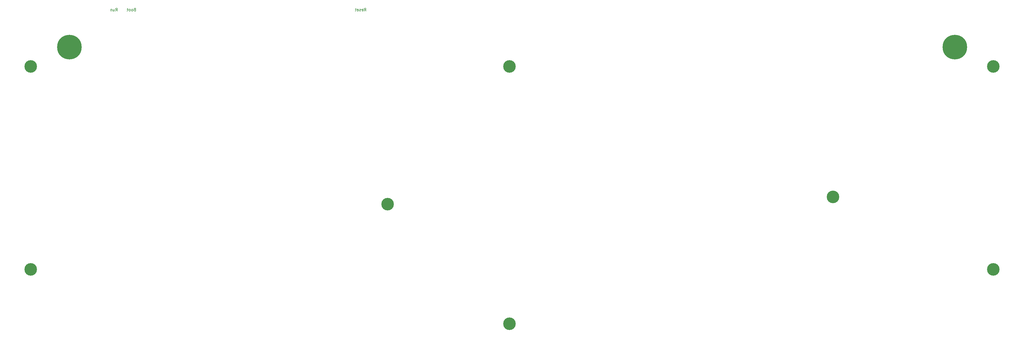
<source format=gbl>
%TF.GenerationSoftware,KiCad,Pcbnew,(5.1.12)-1*%
%TF.CreationDate,2021-12-08T00:55:45-08:00*%
%TF.ProjectId,PyKey87-bottom,50794b65-7938-4372-9d62-6f74746f6d2e,rev?*%
%TF.SameCoordinates,Original*%
%TF.FileFunction,Copper,L2,Bot*%
%TF.FilePolarity,Positive*%
%FSLAX46Y46*%
G04 Gerber Fmt 4.6, Leading zero omitted, Abs format (unit mm)*
G04 Created by KiCad (PCBNEW (5.1.12)-1) date 2021-12-08 00:55:45*
%MOMM*%
%LPD*%
G01*
G04 APERTURE LIST*
%TA.AperFunction,NonConductor*%
%ADD10C,0.150000*%
%TD*%
%TA.AperFunction,ComponentPad*%
%ADD11C,4.400000*%
%TD*%
%TA.AperFunction,ComponentPad*%
%ADD12C,8.600000*%
%TD*%
G04 APERTURE END LIST*
D10*
X182213095Y-42362380D02*
X182546428Y-41886190D01*
X182784523Y-42362380D02*
X182784523Y-41362380D01*
X182403571Y-41362380D01*
X182308333Y-41410000D01*
X182260714Y-41457619D01*
X182213095Y-41552857D01*
X182213095Y-41695714D01*
X182260714Y-41790952D01*
X182308333Y-41838571D01*
X182403571Y-41886190D01*
X182784523Y-41886190D01*
X181403571Y-42314761D02*
X181498809Y-42362380D01*
X181689285Y-42362380D01*
X181784523Y-42314761D01*
X181832142Y-42219523D01*
X181832142Y-41838571D01*
X181784523Y-41743333D01*
X181689285Y-41695714D01*
X181498809Y-41695714D01*
X181403571Y-41743333D01*
X181355952Y-41838571D01*
X181355952Y-41933809D01*
X181832142Y-42029047D01*
X180975000Y-42314761D02*
X180879761Y-42362380D01*
X180689285Y-42362380D01*
X180594047Y-42314761D01*
X180546428Y-42219523D01*
X180546428Y-42171904D01*
X180594047Y-42076666D01*
X180689285Y-42029047D01*
X180832142Y-42029047D01*
X180927380Y-41981428D01*
X180975000Y-41886190D01*
X180975000Y-41838571D01*
X180927380Y-41743333D01*
X180832142Y-41695714D01*
X180689285Y-41695714D01*
X180594047Y-41743333D01*
X179736904Y-42314761D02*
X179832142Y-42362380D01*
X180022619Y-42362380D01*
X180117857Y-42314761D01*
X180165476Y-42219523D01*
X180165476Y-41838571D01*
X180117857Y-41743333D01*
X180022619Y-41695714D01*
X179832142Y-41695714D01*
X179736904Y-41743333D01*
X179689285Y-41838571D01*
X179689285Y-41933809D01*
X180165476Y-42029047D01*
X179403571Y-41695714D02*
X179022619Y-41695714D01*
X179260714Y-41362380D02*
X179260714Y-42219523D01*
X179213095Y-42314761D01*
X179117857Y-42362380D01*
X179022619Y-42362380D01*
X101837619Y-41838571D02*
X101694761Y-41886190D01*
X101647142Y-41933809D01*
X101599523Y-42029047D01*
X101599523Y-42171904D01*
X101647142Y-42267142D01*
X101694761Y-42314761D01*
X101790000Y-42362380D01*
X102170952Y-42362380D01*
X102170952Y-41362380D01*
X101837619Y-41362380D01*
X101742380Y-41410000D01*
X101694761Y-41457619D01*
X101647142Y-41552857D01*
X101647142Y-41648095D01*
X101694761Y-41743333D01*
X101742380Y-41790952D01*
X101837619Y-41838571D01*
X102170952Y-41838571D01*
X101028095Y-42362380D02*
X101123333Y-42314761D01*
X101170952Y-42267142D01*
X101218571Y-42171904D01*
X101218571Y-41886190D01*
X101170952Y-41790952D01*
X101123333Y-41743333D01*
X101028095Y-41695714D01*
X100885238Y-41695714D01*
X100790000Y-41743333D01*
X100742380Y-41790952D01*
X100694761Y-41886190D01*
X100694761Y-42171904D01*
X100742380Y-42267142D01*
X100790000Y-42314761D01*
X100885238Y-42362380D01*
X101028095Y-42362380D01*
X100123333Y-42362380D02*
X100218571Y-42314761D01*
X100266190Y-42267142D01*
X100313809Y-42171904D01*
X100313809Y-41886190D01*
X100266190Y-41790952D01*
X100218571Y-41743333D01*
X100123333Y-41695714D01*
X99980476Y-41695714D01*
X99885238Y-41743333D01*
X99837619Y-41790952D01*
X99790000Y-41886190D01*
X99790000Y-42171904D01*
X99837619Y-42267142D01*
X99885238Y-42314761D01*
X99980476Y-42362380D01*
X100123333Y-42362380D01*
X99504285Y-41695714D02*
X99123333Y-41695714D01*
X99361428Y-41362380D02*
X99361428Y-42219523D01*
X99313809Y-42314761D01*
X99218571Y-42362380D01*
X99123333Y-42362380D01*
X95170952Y-42362380D02*
X95504285Y-41886190D01*
X95742380Y-42362380D02*
X95742380Y-41362380D01*
X95361428Y-41362380D01*
X95266190Y-41410000D01*
X95218571Y-41457619D01*
X95170952Y-41552857D01*
X95170952Y-41695714D01*
X95218571Y-41790952D01*
X95266190Y-41838571D01*
X95361428Y-41886190D01*
X95742380Y-41886190D01*
X94313809Y-41695714D02*
X94313809Y-42362380D01*
X94742380Y-41695714D02*
X94742380Y-42219523D01*
X94694761Y-42314761D01*
X94599523Y-42362380D01*
X94456666Y-42362380D01*
X94361428Y-42314761D01*
X94313809Y-42267142D01*
X93837619Y-41695714D02*
X93837619Y-42362380D01*
X93837619Y-41790952D02*
X93790000Y-41743333D01*
X93694761Y-41695714D01*
X93551904Y-41695714D01*
X93456666Y-41743333D01*
X93409047Y-41838571D01*
X93409047Y-42362380D01*
D11*
X65405000Y-132875000D03*
X190365000Y-110015000D03*
X346375000Y-107475000D03*
X402495000Y-132875000D03*
X233045000Y-151925000D03*
X402495000Y-61755000D03*
X233045000Y-61755000D03*
X65405000Y-61755000D03*
D12*
X389000000Y-55000000D03*
X79000000Y-55000000D03*
M02*

</source>
